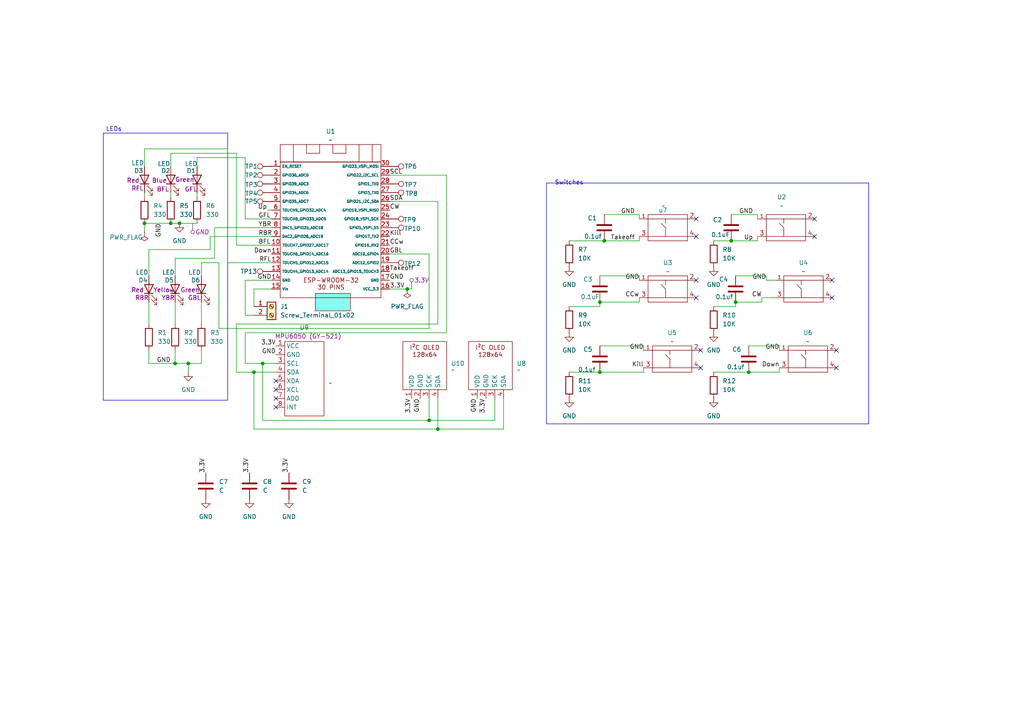
<source format=kicad_sch>
(kicad_sch (version 20231120) (generator "eeschema") (generator_version "8.0")
  (paper "A4")
  (title_block (title "${title}") (date "2024-03-09") (rev "${version}") (company "${compagny}") (comment 1 "${author}"))
  (lib_symbols
    (symbol "126x64_I²C_OLED_1"
      (property "Reference" "U10" (at 12.7 -3.8099 0))
      (property "Value" "~" (at 12.7 -5.715 0))
      (symbol "126x64_I²C_OLED_1_1_1"
        (text_box "I²C OLED\n128x64" (at -1.27 2.54 0) (size 12.7 -13.97) (effects (font (size 1.27 1.27)) (justify top)))
        (pin passive line (at 1.27 -13.97 90) (length 2.54) (name "VDD") (number "1"))
        (pin passive line (at 3.81 -13.97 90) (length 2.54) (name "GND") (number "2"))
        (pin bidirectional line (at 6.35 -13.97 90) (length 2.54) (name "SCK") (number "3"))
        (pin bidirectional line (at 8.89 -13.97 90) (length 2.54) (name "SDA") (number "4"))
      )
    )
    (symbol "Connector:Screw_Terminal_01x02" (pin_names (offset 1.016) hide)
      (property "Reference" "J" (at 0 2.54 0))
      (property "Value" "Screw_Terminal_01x02" (at 0 -5.08 0))
      (symbol "Screw_Terminal_01x02_1_1"
        (rectangle (start -1.27 1.27) (end 1.27 -3.81) (stroke (width 0.254)) (fill (type background)))
        (circle (center 0 -2.54) (radius 0.635) (stroke (width 0.1524)))
        (polyline (pts (xy -0.5334 -2.2098) (xy 0.3302 -3.048)) (stroke (width 0.1524)))
        (polyline (pts (xy -0.5334 0.3302) (xy 0.3302 -0.508)) (stroke (width 0.1524)))
        (polyline (pts (xy -0.3556 -2.032) (xy 0.508 -2.8702)) (stroke (width 0.1524)))
        (polyline (pts (xy -0.3556 0.508) (xy 0.508 -0.3302)) (stroke (width 0.1524)))
        (circle (center 0 0) (radius 0.635) (stroke (width 0.1524)))
        (pin passive line (at -5.08 0 0) (length 3.81) (name "Pin_1") (number "1"))
        (pin passive line (at -5.08 -2.54 0) (length 3.81) (name "Pin_2") (number "2"))
      )
    )
    (symbol "Connector:TestPoint" (pin_numbers hide) (pin_names (offset 0.762) hide)
      (property "Reference" "TP" (at 0 6.858 0))
      (property "Value" "TestPoint" (at 0 5.08 0))
      (symbol "TestPoint_0_1"
        (circle (center 0 3.302) (radius 0.762))
      )
      (symbol "TestPoint_1_1"
        (pin passive line (at 0 0 90) (length 2.54) (name "1") (number "1"))
      )
    )
    (symbol "Device:C" (pin_numbers hide) (pin_names (offset 0.254))
      (property "Reference" "C" (at 0.635 2.54 0))
      (property "Value" "C" (at 0.635 -2.54 0))
      (symbol "C_0_1"
        (polyline (pts (xy -2.032 -0.762) (xy 2.032 -0.762)) (stroke (width 0.508)))
        (polyline (pts (xy -2.032 0.762) (xy 2.032 0.762)) (stroke (width 0.508)))
      )
      (symbol "C_1_1"
        (pin passive line (at 0 3.81 270) (length 2.794) (name "~") (number "1"))
        (pin passive line (at 0 -3.81 90) (length 2.794) (name "~") (number "2"))
      )
    )
    (symbol "Device:LED" (pin_numbers hide) (pin_names (offset 1.016) hide)
      (property "Reference" "D" (at 0 2.54 0))
      (property "Value" "LED" (at 0 -2.54 0))
      (symbol "LED_0_1"
        (polyline (pts (xy -1.27 -1.27) (xy -1.27 1.27)) (stroke (width 0.254)))
        (polyline (pts (xy -1.27 0) (xy 1.27 0)))
        (polyline (pts (xy 1.27 -1.27) (xy 1.27 1.27) (xy -1.27 0) (xy 1.27 -1.27)) (stroke (width 0.254)))
        (polyline (pts (xy -3.048 -0.762) (xy -4.572 -2.286) (xy -3.81 -2.286) (xy -4.572 -2.286) (xy -4.572 -1.524)))
        (polyline (pts (xy -1.778 -0.762) (xy -3.302 -2.286) (xy -2.54 -2.286) (xy -3.302 -2.286) (xy -3.302 -1.524)))
      )
      (symbol "LED_1_1"
        (pin passive line (at -3.81 0 0) (length 2.54) (name "K") (number "1"))
        (pin passive line (at 3.81 0 180) (length 2.54) (name "A") (number "2"))
      )
    )
    (symbol "Device:R" (pin_numbers hide) (pin_names (offset 0))
      (property "Reference" "R" (at 2.032 0 90))
      (property "Value" "R" (at 0 0 90))
      (symbol "R_0_1"
        (rectangle (start -1.016 -2.54) (end 1.016 2.54) (stroke (width 0.254)))
      )
      (symbol "R_1_1"
        (pin passive line (at 0 3.81 270) (length 1.27) (name "~") (number "1"))
        (pin passive line (at 0 -3.81 90) (length 1.27) (name "~") (number "2"))
      )
    )
    (symbol "PH_LIB_sym:ESP-WROOM-32"
      (property "Reference" "U" (at 11.938 6.858 0))
      (symbol "ESP-WROOM-32_0_1"
        (rectangle (start -2.54 -1.27) (end 26.67 -40.64))
        (rectangle (start -2.54 -1.27) (end 26.67 3.81))
        (polyline (pts (xy 1.27 3.81) (xy 1.27 -1.27)))
        (polyline (pts (xy 20.32 -1.27) (xy 20.32 3.81)))
        (polyline (pts (xy 21.59 -1.27) (xy 21.59 -1.27)))
        (polyline (pts (xy 24.13 -1.27) (xy 24.13 3.81)))
        (polyline (pts (xy 8.89 3.81) (xy 8.89 1.27) (xy 5.08 1.27) (xy 5.08 3.81)))
        (polyline (pts (xy 16.51 3.81) (xy 16.51 1.27) (xy 12.7 1.27) (xy 12.7 3.81)))
      )
      (symbol "ESP-WROOM-32_1_1"
        (rectangle (start 7.62 -39.37) (end 17.78 -44.45) (fill (type color) (color 134 255 240 1)))
        (text "ESP-WROOM-32\n30 PINS" (at 12.192 -36.576 0) (effects (font (size 1.27 1.27))))
        (pin input line (at -5.08 -2.54 0) (length 2.54) (name "EN_RESET") (number "1"))
        (pin bidirectional line (at -5.08 -25.4 0) (length 2.54) (name "TOUCH7_GPIO27_ADC17") (number "10"))
        (pin bidirectional line (at -5.08 -27.94 0) (length 2.54) (name "TOUCH6_GPIO14_ADC16") (number "11"))
        (pin bidirectional line (at -5.08 -30.48 0) (length 2.54) (name "TOUCH5_GPIO12_ADC15") (number "12"))
        (pin bidirectional line (at -5.08 -33.02 0) (length 2.54) (name "TOUCH4_GPIO13_ADC14") (number "13"))
        (pin passive line (at -5.08 -35.56 0) (length 2.54) (name "GND") (number "14"))
        (pin passive line (at -5.08 -38.1 0) (length 2.54) (name "Vin") (number "15"))
        (pin passive line (at 29.21 -38.1 180) (length 2.54) (name "VCC_3.3") (number "16"))
        (pin passive line (at 29.21 -35.56 180) (length 2.54) (name "GND") (number "17"))
        (pin bidirectional line (at 29.21 -33.02 180) (length 2.54) (name "ADC13_GPIO15_TOUCH3") (number "18"))
        (pin bidirectional line (at 29.21 -30.48 180) (length 2.54) (name "ADC12_GPIO2") (number "19"))
        (pin input line (at -5.08 -5.08 0) (length 2.54) (name "GPIO36_ADC0") (number "2"))
        (pin bidirectional line (at 29.21 -27.94 180) (length 2.54) (name "ADC10_GPIO4") (number "20"))
        (pin bidirectional line (at 29.21 -25.4 180) (length 2.54) (name "GPIO16_RX2") (number "21"))
        (pin bidirectional line (at 29.21 -22.86 180) (length 2.54) (name "GPIO17_TX2") (number "22"))
        (pin bidirectional line (at 29.21 -20.32 180) (length 2.54) (name "GPIO5_VSPI_SS") (number "23"))
        (pin bidirectional line (at 29.21 -17.78 180) (length 2.54) (name "GPIO18_VSPI_SCK") (number "24"))
        (pin bidirectional line (at 29.21 -15.24 180) (length 2.54) (name "GPIO19_VSPI_MISO") (number "25"))
        (pin bidirectional line (at 29.21 -12.7 180) (length 2.54) (name "GPIO21_I2C_SDA") (number "26"))
        (pin bidirectional line (at 29.21 -10.16 180) (length 2.54) (name "GPIO3_TX0") (number "27"))
        (pin bidirectional line (at 29.21 -7.62 180) (length 2.54) (name "GPIO1_TX0") (number "28"))
        (pin bidirectional line (at 29.21 -5.08 180) (length 2.54) (name "GPIO22_I2C_SCL") (number "29"))
        (pin input line (at -5.08 -7.62 0) (length 2.54) (name "GPIO39_ADC3") (number "3"))
        (pin bidirectional line (at 29.21 -2.54 180) (length 2.54) (name "GPIO23_VSPI_MOSI") (number "30"))
        (pin input line (at -5.08 -10.16 0) (length 2.54) (name "GPIO34_ADC6") (number "4"))
        (pin input line (at -5.08 -12.7 0) (length 2.54) (name "GPIO35_ADC7") (number "5"))
        (pin bidirectional line (at -5.08 -15.24 0) (length 2.54) (name "TOUCH9_GPIO32_ADC4") (number "6"))
        (pin bidirectional line (at -5.08 -17.78 0) (length 2.54) (name "TOUCH8_GPIO33_ADC5") (number "7"))
        (pin bidirectional line (at -5.08 -20.32 0) (length 2.54) (name "DAC1_GPIO25_ADC18") (number "8"))
        (pin bidirectional line (at -5.08 -22.86 0) (length 2.54) (name "DAC2_GPIO26_ADC19") (number "9"))
      )
    )
    (symbol "PH_LIB_sym:MPU_6050_(GY-521)"
      (property "Reference" "U" (at 0 0 0))
      (symbol "MPU_6050_(GY-521)_0_1"
        (rectangle (start -1.27 -1.27) (end 10.16 -22.86))
      )
      (symbol "MPU_6050_(GY-521)_1_1"
        (pin passive line (at -3.81 -2.54 0) (length 2.54) (name "VCC") (number "1"))
        (pin passive line (at -3.81 -5.08 0) (length 2.54) (name "GND") (number "2"))
        (pin bidirectional line (at -3.81 -7.62 0) (length 2.54) (name "SCL") (number "3"))
        (pin bidirectional line (at -3.81 -10.16 0) (length 2.54) (name "SDA") (number "4"))
        (pin bidirectional line (at -3.81 -12.7 0) (length 2.54) (name "XDA") (number "5"))
        (pin bidirectional line (at -3.81 -15.24 0) (length 2.54) (name "XCL") (number "6"))
        (pin bidirectional line (at -3.81 -17.78 0) (length 2.54) (name "AD0") (number "7"))
        (pin bidirectional line (at -3.81 -20.32 0) (length 2.54) (name "INT") (number "8"))
      )
    )
    (symbol "PH_LIB_sym:SW_tactile" (pin_names (offset 0) hide)
      (property "Reference" "U" (at 1.016 -0.254 0))
      (symbol "SW_tactile_0_1"
        (rectangle (start -1.27 -2.54) (end 10.16 -10.16))
        (polyline (pts (xy -1.27 -8.89) (xy 10.16 -8.89)))
        (polyline (pts (xy -1.27 -3.81) (xy 10.16 -3.81)))
        (polyline (pts (xy 3.81 -8.89) (xy 3.81 -6.35)))
        (polyline (pts (xy 3.81 -6.35) (xy 2.54 -5.08)))
        (polyline (pts (xy 3.81 -3.81) (xy 3.81 -5.08)))
        (polyline (pts (xy 3.81 -2.54) (xy 3.81 -2.54)))
      )
      (symbol "SW_tactile_1_1"
        (pin passive line (at -3.81 -3.81 0) (length 2.54) (name "") (number "1"))
        (pin passive line (at 12.7 -3.81 180) (length 2.54) (name "") (number "2"))
        (pin passive line (at -3.81 -8.89 0) (length 2.54) (name "") (number "3"))
        (pin passive line (at 12.7 -8.89 180) (length 2.54) (name "") (number "4"))
      )
    )
    (symbol "power:GND" (power) (pin_numbers hide) (pin_names (offset 0) hide)
      (property "Value" "GND" (at 0 -3.81 0))
      (symbol "GND_0_1"
        (polyline (pts (xy 0 0) (xy 0 -1.27) (xy 1.27 -1.27) (xy 0 -2.54) (xy -1.27 -1.27) (xy 0 -1.27)))
      )
      (symbol "GND_1_1"
        (pin power_in line (at 0 0 270) (length 0) (name "~") (number "1"))
      )
    )
    (symbol "power:PWR_FLAG" (power) (pin_numbers hide) (pin_names (offset 0) hide)
      (property "Value" "PWR_FLAG" (at 0 3.81 0))
      (symbol "PWR_FLAG_0_0"
        (pin power_out line (at 0 0 90) (length 0) (name "~") (number "1"))
      )
      (symbol "PWR_FLAG_0_1"
        (polyline (pts (xy 0 0) (xy 0 1.27) (xy -1.016 1.905) (xy 0 2.54) (xy 1.016 1.905) (xy 0 1.27)))
      )
    )
  )
  (junction (at 50.8 105.41))
  (junction (at 213.36 87.63))
  (junction (at 76.2 105.41))
  (junction (at 118.11 83.82))
  (junction (at 212.09 69.85))
  (junction (at 127 124.46))
  (junction (at 124.46 121.92))
  (junction (at 41.91 64.77))
  (junction (at 173.99 87.63))
  (junction (at 73.66 107.95))
  (junction (at 52.07 64.77))
  (junction (at 49.53 64.77))
  (junction (at 175.26 69.85))
  (junction (at 217.17 107.95))
  (junction (at 173.99 107.95))
  (junction (at 54.61 105.41))
  (no_connect (at 203.2 106.68))
  (no_connect (at 241.3 81.28))
  (no_connect (at 241.3 86.36))
  (no_connect (at 80.01 113.03))
  (no_connect (at 236.22 63.5))
  (no_connect (at 242.57 101.6))
  (no_connect (at 80.01 110.49))
  (no_connect (at 242.57 106.68))
  (no_connect (at 201.93 68.58))
  (no_connect (at 201.93 81.28))
  (no_connect (at 80.01 118.11))
  (no_connect (at 80.01 115.57))
  (no_connect (at 203.2 101.6))
  (no_connect (at 201.93 86.36))
  (no_connect (at 236.22 68.58))
  (no_connect (at 201.93 63.5))
  (wire (pts (xy 173.99 100.33) (xy 186.69 100.33)))
  (wire (pts (xy 71.12 91.44) (xy 71.12 81.28)))
  (wire (pts (xy 173.99 107.95) (xy 186.69 107.95)))
  (wire (pts (xy 175.26 69.85) (xy 185.42 69.85)))
  (wire (pts (xy 78.74 76.2) (xy 66.04 76.2)))
  (polyline (pts (xy 29.972 38.608) (xy 30.226 38.608)))
  (wire (pts (xy 73.66 91.44) (xy 71.12 91.44)))
  (wire (pts (xy 185.42 80.01) (xy 185.42 81.28)))
  (wire (pts (xy 207.01 88.9) (xy 213.36 88.9)))
  (wire (pts (xy 41.91 43.18) (xy 41.91 48.26)))
  (wire (pts (xy 73.66 107.95) (xy 73.66 124.46)))
  (wire (pts (xy 71.12 63.5) (xy 78.74 63.5)))
  (wire (pts (xy 185.42 62.23) (xy 185.42 63.5)))
  (polyline (pts (xy 30.226 38.608) (xy 66.04 38.608)))
  (wire (pts (xy 68.58 93.98) (xy 68.58 107.95)))
  (wire (pts (xy 165.1 69.85) (xy 175.26 69.85)))
  (wire (pts (xy 68.58 107.95) (xy 73.66 107.95)))
  (wire (pts (xy 78.74 83.82) (xy 73.66 83.82)))
  (wire (pts (xy 50.8 105.41) (xy 54.61 105.41)))
  (wire (pts (xy 129.54 96.52) (xy 71.12 96.52)))
  (wire (pts (xy 49.53 44.45) (xy 49.53 48.26)))
  (wire (pts (xy 76.2 121.92) (xy 76.2 105.41)))
  (wire (pts (xy 41.91 55.88) (xy 41.91 57.15)))
  (wire (pts (xy 57.15 55.88) (xy 57.15 57.15)))
  (wire (pts (xy 49.53 64.77) (xy 52.07 64.77)))
  (wire (pts (xy 124.46 95.25) (xy 63.5 95.25)))
  (polyline (pts (xy 29.972 38.862) (xy 29.972 116.078)))
  (wire (pts (xy 220.98 87.63) (xy 220.98 86.36)))
  (wire (pts (xy 127 124.46) (xy 73.66 124.46)))
  (wire (pts (xy 43.18 72.39) (xy 60.96 72.39)))
  (wire (pts (xy 213.36 87.63) (xy 220.98 87.63)))
  (wire (pts (xy 173.99 80.01) (xy 185.42 80.01)))
  (wire (pts (xy 173.99 87.63) (xy 185.42 87.63)))
  (wire (pts (xy 124.46 121.92) (xy 76.2 121.92)))
  (wire (pts (xy 186.69 100.33) (xy 186.69 101.6)))
  (wire (pts (xy 127 58.42) (xy 127 93.98)))
  (wire (pts (xy 127 124.46) (xy 146.05 124.46)))
  (wire (pts (xy 213.36 80.01) (xy 222.25 80.01)))
  (wire (pts (xy 50.8 101.6) (xy 50.8 105.41)))
  (wire (pts (xy 58.42 76.2) (xy 58.42 80.01)))
  (wire (pts (xy 73.66 83.82) (xy 73.66 88.9)))
  (wire (pts (xy 58.42 105.41) (xy 58.42 101.6)))
  (wire (pts (xy 43.18 72.39) (xy 43.18 80.01)))
  (wire (pts (xy 43.18 101.6) (xy 43.18 105.41)))
  (wire (pts (xy 113.03 50.8) (xy 129.54 50.8)))
  (wire (pts (xy 73.66 107.95) (xy 80.01 107.95)))
  (wire (pts (xy 52.07 64.77) (xy 57.15 64.77)))
  (wire (pts (xy 68.58 44.45) (xy 68.58 71.12)))
  (wire (pts (xy 173.99 88.9) (xy 173.99 87.63)))
  (wire (pts (xy 226.06 100.33) (xy 226.06 101.6)))
  (wire (pts (xy 66.04 43.18) (xy 41.91 43.18)))
  (wire (pts (xy 124.46 115.57) (xy 124.46 121.92)))
  (wire (pts (xy 60.96 68.58) (xy 78.74 68.58)))
  (wire (pts (xy 185.42 87.63) (xy 185.42 86.36)))
  (wire (pts (xy 217.17 100.33) (xy 226.06 100.33)))
  (wire (pts (xy 212.09 69.85) (xy 219.71 69.85)))
  (wire (pts (xy 220.98 86.36) (xy 224.79 86.36)))
  (wire (pts (xy 41.91 64.77) (xy 49.53 64.77)))
  (wire (pts (xy 54.61 107.95) (xy 54.61 105.41)))
  (wire (pts (xy 213.36 88.9) (xy 213.36 87.63)))
  (wire (pts (xy 43.18 87.63) (xy 43.18 93.98)))
  (wire (pts (xy 165.1 88.9) (xy 173.99 88.9)))
  (wire (pts (xy 57.15 45.72) (xy 57.15 48.26)))
  (wire (pts (xy 62.23 66.04) (xy 78.74 66.04)))
  (wire (pts (xy 113.03 73.66) (xy 124.46 73.66)))
  (wire (pts (xy 62.23 74.93) (xy 50.8 74.93)))
  (wire (pts (xy 50.8 87.63) (xy 50.8 93.98)))
  (wire (pts (xy 224.79 81.28) (xy 222.25 81.28)))
  (wire (pts (xy 113.03 83.82) (xy 118.11 83.82)))
  (wire (pts (xy 66.04 43.18) (xy 66.04 76.2)))
  (wire (pts (xy 71.12 105.41) (xy 76.2 105.41)))
  (wire (pts (xy 118.11 83.82) (xy 119.38 83.82)))
  (wire (pts (xy 143.51 121.92) (xy 143.51 115.57)))
  (wire (pts (xy 146.05 124.46) (xy 146.05 115.57)))
  (wire (pts (xy 60.96 72.39) (xy 60.96 68.58)))
  (wire (pts (xy 226.06 107.95) (xy 226.06 106.68)))
  (wire (pts (xy 68.58 71.12) (xy 78.74 71.12)))
  (wire (pts (xy 186.69 107.95) (xy 186.69 106.68)))
  (wire (pts (xy 58.42 87.63) (xy 58.42 93.98)))
  (wire (pts (xy 185.42 69.85) (xy 185.42 68.58)))
  (wire (pts (xy 129.54 50.8) (xy 129.54 96.52)))
  (wire (pts (xy 77.47 60.96) (xy 78.74 60.96)))
  (wire (pts (xy 127 115.57) (xy 127 124.46)))
  (wire (pts (xy 49.53 55.88) (xy 49.53 57.15)))
  (wire (pts (xy 124.46 73.66) (xy 124.46 95.25)))
  (wire (pts (xy 207.01 69.85) (xy 212.09 69.85)))
  (wire (pts (xy 76.2 105.41) (xy 80.01 105.41)))
  (wire (pts (xy 57.15 45.72) (xy 71.12 45.72)))
  (polyline (pts (xy 66.04 116.078) (xy 29.972 116.078)))
  (polyline (pts (xy 66.04 38.608) (xy 66.04 116.078)))
  (wire (pts (xy 175.26 62.23) (xy 185.42 62.23)))
  (wire (pts (xy 165.1 107.95) (xy 173.99 107.95)))
  (wire (pts (xy 71.12 81.28) (xy 78.74 81.28)))
  (polyline (pts (xy 29.972 38.862) (xy 29.972 38.608)))
  (wire (pts (xy 71.12 96.52) (xy 71.12 105.41)))
  (wire (pts (xy 219.71 62.23) (xy 219.71 63.5)))
  (wire (pts (xy 50.8 74.93) (xy 50.8 80.01)))
  (wire (pts (xy 127 93.98) (xy 68.58 93.98)))
  (wire (pts (xy 219.71 68.58) (xy 219.71 69.85)))
  (wire (pts (xy 68.58 44.45) (xy 49.53 44.45)))
  (wire (pts (xy 212.09 62.23) (xy 219.71 62.23)))
  (wire (pts (xy 222.25 80.01) (xy 222.25 81.28)))
  (wire (pts (xy 207.01 107.95) (xy 217.17 107.95)))
  (wire (pts (xy 63.5 95.25) (xy 63.5 76.2)))
  (wire (pts (xy 217.17 107.95) (xy 226.06 107.95)))
  (wire (pts (xy 63.5 76.2) (xy 58.42 76.2)))
  (wire (pts (xy 71.12 63.5) (xy 71.12 45.72)))
  (wire (pts (xy 124.46 121.92) (xy 143.51 121.92)))
  (wire (pts (xy 43.18 105.41) (xy 50.8 105.41)))
  (wire (pts (xy 62.23 66.04) (xy 62.23 74.93)))
  (wire (pts (xy 54.61 105.41) (xy 58.42 105.41)))
  (wire (pts (xy 113.03 58.42) (xy 127 58.42)))
  (wire (pts (xy 41.91 67.31) (xy 41.91 64.77)))
  (rectangle (start 158.496 53.086) (end 251.968 122.936))
  (text "Switches" (at 165.1 53.086 0) (effects (font (size 1.27 1.27))))
  (text "LEDs" (at 33.02 37.592 0) (effects (font (size 1.27 1.27))))
  (label "CCw" (at 185.42 86.36 180))
  (label "Kill" (at 186.69 106.68 180))
  (label "3.3V" (at 59.69 137.16 90))
  (label "Takeoff" (at 184.15 69.85 180))
  (label "BFL" (at 74.93 71.12 0))
  (label "Kill" (at 113.03 68.58 0))
  (label "GND" (at 218.44 62.23 180))
  (label "GND" (at 184.15 62.23 180) (property "Netclass" "GND" (effects (hide yes))))
  (label "GND" (at 113.03 81.28 0))
  (label "Up" (at 218.44 69.85 180))
  (label "3.3V" (at 113.03 83.82 0))
  (label "CW" (at 113.03 60.96 0))
  (label "RFL" (at 78.74 76.2 180))
  (label "GND" (at 185.42 81.28 180))
  (label "GFL" (at 74.93 63.5 0))
  (label "CW" (at 220.98 86.36 180))
  (label "GBL" (at 113.03 73.66 0))
  (label "GND" (at 138.43 115.57 270))
  (label "GND" (at 222.25 81.28 180))
  (label "3.3V" (at 119.38 115.57 270))
  (label "GND" (at 46.99 64.77 270))
  (label "Up" (at 77.47 60.96 180))
  (label "GND" (at 80.01 102.87 180))
  (label "3.3V" (at 72.39 137.16 90))
  (label "Down" (at 226.06 106.68 180))
  (label "Down" (at 78.74 73.66 180))
  (label "GND" (at 226.06 101.6 180))
  (label "3.3V" (at 80.01 100.33 180))
  (label "RBR" (at 74.93 68.58 0))
  (label "GND" (at 78.74 81.28 180))
  (label "YBR" (at 74.93 66.04 0))
  (label "SDA" (at 113.03 58.42 0))
  (label "SCL" (at 113.03 50.8 0))
  (label "3.3V" (at 83.82 137.16 90))
  (label "Takeoff" (at 113.03 78.74 0))
  (label "3.3V" (at 140.97 115.57 270))
  (label "GND" (at 49.53 105.41 180))
  (label "GND" (at 121.92 115.57 270))
  (label "GND" (at 186.69 101.6 180))
  (label "CCw" (at 113.03 71.12 0))
  (netclass_flag "" (length 2.54) (shape round) (at 55.88 64.77 180) (property "Netclass" "GND" (at 56.5785 67.31 0) (effects (font (italic yes)) (justify left))))
  (netclass_flag "" (length 2.54) (shape round) (at 119.38 83.82 0) (property "Netclass" "3.3V" (at 120.0785 81.28 0) (effects (font (italic yes)) (justify left))))
  (symbol (lib_id "Device:LED") (at 50.8 83.82 90) (unit 1)
    (property "Reference" "D5" (at 47.752 81.28 90) (effects (justify right)))
    (property "Value" "LED" (at 46.99 78.994 90) (effects (justify right)))
    (property "Footprint" "LED_SMD:LED_0805_2012Metric_Pad1.15x1.40mm_HandSolder" (effects (hide yes)))
    (property "Description" "Light emitting diode" (effects (hide yes)))
    (property "color" "Yellow" (at 47.498 84.074 90))
    (property "Purpose" "YBR" (at 48.768 86.36 90))
  )
  (symbol (lib_id "Device:R") (at 165.1 92.71 0) (unit 1)
    (property "Reference" "R9" (at 167.64 91.4399 0) (effects (justify left)))
    (property "Value" "10K" (at 167.64 93.9799 0) (effects (justify left)))
    (property "Footprint" "Resistor_SMD:R_0805_2012Metric" (effects (hide yes)))
    (property "Description" "Resistor" (effects (hide yes)))
  )
  (symbol (lib_id "power:GND") (at 207.01 96.52 0) (unit 1)
    (property "Reference" "#PWR09" (effects (hide yes)))
    (property "Value" "GND" (at 207.01 101.6 0))
    (property "Description" "Power symbol creates a global label with name \"GND\" , ground" (effects (hide yes)))
  )
  (symbol (lib_id "Device:R") (at 41.91 60.96 0) (unit 1)
    (property "Reference" "R4" (at 44.45 59.6899 0) (effects (justify left)))
    (property "Value" "330" (at 44.45 62.2299 0) (effects (justify left)))
    (property "Footprint" "Resistor_SMD:R_0805_2012Metric" (effects (hide yes)))
    (property "Description" "Resistor" (effects (hide yes)))
  )
  (symbol (lib_id "Device:LED") (at 49.53 52.07 90) (unit 1)
    (property "Reference" "D2" (at 46.736 49.53 90) (effects (justify right)))
    (property "Value" "LED" (at 45.72 47.498 90) (effects (justify right)))
    (property "Footprint" "LED_SMD:LED_0805_2012Metric_Pad1.15x1.40mm_HandSolder" (effects (hide yes)))
    (property "Description" "Light emitting diode" (effects (hide yes)))
    (property "Color" "Blue" (at 46.228 52.324 90))
    (property "Purpose" "BFL" (at 47.244 54.864 90))
  )
  (symbol (lib_id "Connector:TestPoint") (at 113.03 76.2 270) (unit 1)
    (property "Reference" "TP12" (at 119.634 76.454 90))
    (property "Value" "TestPoint" (effects (hide yes)))
    (property "Footprint" "TestPoint:TestPoint_Plated_Hole_D2.0mm" (effects (hide yes)))
    (property "Description" "test point" (effects (hide yes)))
  )
  (symbol (lib_id "Device:C") (at 173.99 104.14 0) (unit 1)
    (property "Reference" "C5" (at 169.164 101.346 0) (effects (justify left)))
    (property "Value" "0.1uf" (at 167.64 107.188 0) (effects (justify left)))
    (property "Footprint" "Capacitor_SMD:C_0805_2012Metric" (effects (hide yes)))
    (property "Description" "Unpolarized capacitor" (effects (hide yes)))
  )
  (symbol (lib_id "Device:R") (at 207.01 111.76 0) (unit 1)
    (property "Reference" "R12" (at 209.55 110.4899 0) (effects (justify left)))
    (property "Value" "10K" (at 209.55 113.0299 0) (effects (justify left)))
    (property "Footprint" "Resistor_SMD:R_0805_2012Metric" (effects (hide yes)))
    (property "Description" "Resistor" (effects (hide yes)))
  )
  (symbol (lib_id "Device:LED") (at 57.15 52.07 90) (unit 1)
    (property "Reference" "D1" (at 54.102 49.53 90) (effects (justify right)))
    (property "Value" "LED" (at 53.594 47.498 90) (effects (justify right)))
    (property "Footprint" "LED_SMD:LED_0805_2012Metric_Pad1.15x1.40mm_HandSolder" (effects (hide yes)))
    (property "Description" "Light emitting diode" (effects (hide yes)))
    (property "Color" "Green" (at 53.594 52.07 90))
    (property "Purpose" "GFL" (at 55.372 54.864 90))
  )
  (symbol (lib_id "Connector:TestPoint") (at 78.74 50.8 90) (unit 1)
    (property "Reference" "TP2" (at 72.898 50.8 90))
    (property "Value" "TestPoint" (effects (hide yes)))
    (property "Footprint" "TestPoint:TestPoint_Plated_Hole_D2.0mm" (effects (hide yes)))
    (property "Description" "test point" (effects (hide yes)))
  )
  (symbol (lib_id "Device:R") (at 207.01 92.71 0) (unit 1)
    (property "Reference" "R10" (at 209.55 91.4399 0) (effects (justify left)))
    (property "Value" "10K" (at 209.55 93.9799 0) (effects (justify left)))
    (property "Footprint" "Resistor_SMD:R_0805_2012Metric" (effects (hide yes)))
    (property "Description" "Resistor" (effects (hide yes)))
  )
  (symbol (lib_id "Connector:TestPoint") (at 78.74 58.42 90) (unit 1)
    (property "Reference" "TP5" (at 72.898 58.42 90))
    (property "Value" "TestPoint" (effects (hide yes)))
    (property "Footprint" "TestPoint:TestPoint_Plated_Hole_D2.0mm" (effects (hide yes)))
    (property "Description" "test point" (effects (hide yes)))
  )
  (symbol (lib_id "power:GND") (at 54.61 107.95 0) (unit 1)
    (property "Reference" "#PWR02" (effects (hide yes)))
    (property "Value" "GND" (at 54.61 113.03 0))
    (property "Description" "Power symbol creates a global label with name \"GND\" , ground" (effects (hide yes)))
  )
  (symbol (lib_id "power:GND") (at 207.01 115.57 0) (unit 1)
    (property "Reference" "#PWR011" (effects (hide yes)))
    (property "Value" "GND" (at 207.01 120.65 0))
    (property "Description" "Power symbol creates a global label with name \"GND\" , ground" (effects (hide yes)))
  )
  (symbol (lib_id "Device:C") (at 175.26 66.04 0) (unit 1)
    (property "Reference" "C1" (at 170.434 63.246 0) (effects (justify left)))
    (property "Value" "0.1uf" (at 169.418 68.58 0) (effects (justify left)))
    (property "Footprint" "Capacitor_SMD:C_0805_2012Metric" (effects (hide yes)))
    (property "Description" "Unpolarized capacitor" (effects (hide yes)))
  )
  (symbol (lib_id "Connector:Screw_Terminal_01x02") (at 78.74 88.9 0) (unit 1)
    (property "Reference" "J1" (at 81.28 88.8999 0) (effects (justify left)))
    (property "Value" "Screw_Terminal_01x02" (at 81.28 91.4399 0) (effects (justify left)))
    (property "Footprint" "TerminalBlock_Phoenix:TerminalBlock_Phoenix_MKDS-1,5-2_1x02_P5.00mm_Horizontal" (effects (hide yes)))
    (property "Description" "Generic screw terminal, single row, 01x02, script generated (kicad-library-utils/schlib/autogen/connector/)" (effects (hide yes)))
  )
  (symbol (lib_id "power:GND") (at 59.69 144.78 0) (unit 1)
    (property "Reference" "#PWR03" (effects (hide yes)))
    (property "Value" "GND" (at 59.69 149.86 0))
    (property "Description" "Power symbol creates a global label with name \"GND\" , ground" (effects (hide yes)))
  )
  (symbol (lib_id "power:PWR_FLAG") (at 41.91 67.31 180) (unit 1)
    (property "Reference" "#FLG01" (effects (hide yes)))
    (property "Value" "PWR_FLAG" (at 36.576 68.834 0))
    (property "Description" "Special symbol for telling ERC where power comes from" (effects (hide yes)))
  )
  (symbol (lib_id "Connector:TestPoint") (at 78.74 55.88 90) (unit 1)
    (property "Reference" "TP4" (at 72.898 56.134 90))
    (property "Value" "TestPoint" (effects (hide yes)))
    (property "Footprint" "TestPoint:TestPoint_Plated_Hole_D2.0mm" (effects (hide yes)))
    (property "Description" "test point" (effects (hide yes)))
  )
  (symbol (lib_name "126x64_I²C_OLED_1") (lib_id "PH_LIB_sym:126x64_I²C_OLED") (at 118.11 101.6 0) (unit 1)
    (property "Reference" "U10" (at 130.81 105.4099 0) (effects (justify left)))
    (property "Value" "~" (at 130.81 107.315 0) (effects (justify left)))
    (property "Footprint" "Connector_PinHeader_2.54mm:PinHeader_1x04_P2.54mm_Vertical" (effects (hide yes)))
  )
  (symbol (lib_id "PH_LIB_sym:SW_tactile") (at 189.23 59.69 0) (unit 1)
    (property "Reference" "u7" (at 192.278 60.96 0))
    (property "Value" "~" (at 192.405 59.69 0))
    (property "Footprint" "Button_Switch_SMD:SW_SPST_TL3305A" (effects (hide yes)))
    (property "Description" "Takeoff" (effects (hide yes)))
  )
  (symbol (lib_id "Device:LED") (at 43.18 83.82 90) (unit 1)
    (property "Reference" "D4" (at 40.132 81.28 90) (effects (justify right)))
    (property "Value" "LED" (at 39.37 78.994 90) (effects (justify right)))
    (property "Footprint" "LED_SMD:LED_0805_2012Metric_Pad1.15x1.40mm_HandSolder" (effects (hide yes)))
    (property "Description" "Light emitting diode" (effects (hide yes)))
    (property "color" "Red" (at 39.878 84.074 90))
    (property "Purpose" "RBR" (at 41.148 86.36 90))
  )
  (symbol (lib_id "power:GND") (at 165.1 115.57 0) (unit 1)
    (property "Reference" "#PWR010" (effects (hide yes)))
    (property "Value" "GND" (at 165.1 120.65 0))
    (property "Description" "Power symbol creates a global label with name \"GND\" , ground" (effects (hide yes)))
  )
  (symbol (lib_id "PH_LIB_sym:SW_tactile") (at 223.52 59.69 0) (unit 1)
    (property "Reference" "U2" (at 226.695 57.15 0))
    (property "Value" "~" (at 226.695 59.69 0))
    (property "Footprint" "Button_Switch_SMD:SW_SPST_TL3305A" (effects (hide yes)))
    (property "Description" "Up" (effects (hide yes)))
  )
  (symbol (lib_id "power:GND") (at 207.01 77.47 0) (unit 1)
    (property "Reference" "#PWR07" (effects (hide yes)))
    (property "Value" "GND" (at 207.01 82.55 0))
    (property "Description" "Power symbol creates a global label with name \"GND\" , ground" (effects (hide yes)))
  )
  (symbol (lib_id "Connector:TestPoint") (at 113.03 63.5 270) (unit 1)
    (property "Reference" "TP9" (at 118.872 63.754 90))
    (property "Value" "TestPoint" (effects (hide yes)))
    (property "Footprint" "TestPoint:TestPoint_Plated_Hole_D2.0mm" (effects (hide yes)))
    (property "Description" "test point" (effects (hide yes)))
  )
  (symbol (lib_id "PH_LIB_sym:SW_tactile") (at 189.23 77.47 0) (unit 1)
    (property "Reference" "U3" (at 193.675 76.2 0))
    (property "Value" "~" (at 193.675 78.74 0))
    (property "Footprint" "Button_Switch_SMD:SW_SPST_TL3305A" (effects (hide yes)))
    (property "Description" "CCW" (effects (hide yes)))
  )
  (symbol (lib_id "PH_LIB_sym:SW_tactile") (at 190.5 97.79 0) (unit 1)
    (property "Reference" "U5" (at 194.945 96.52 0))
    (property "Value" "~" (at 194.945 99.06 0))
    (property "Footprint" "Button_Switch_SMD:SW_SPST_TL3305A" (effects (hide yes)))
    (property "Description" "Kill" (effects (hide yes)))
  )
  (symbol (lib_id "PH_LIB_sym:MPU_6050_(GY-521)") (at 83.82 97.79 0) (unit 1)
    (property "Reference" "U9" (at 86.868 94.996 0) (effects (justify left)))
    (property "Value" "~" (at 95.25 111.125 0) (effects (justify left)))
    (property "Footprint" "Connector_PinHeader_2.54mm:PinHeader_1x08_P2.54mm_Vertical" (effects (hide yes)))
    (property "Description" "MPU6050 (GY-521)" (at 89.408 97.536 0))
  )
  (symbol (lib_id "Connector:TestPoint") (at 113.03 48.26 270) (unit 1)
    (property "Reference" "TP6" (at 119.126 48.26 90))
    (property "Value" "TestPoint" (effects (hide yes)))
    (property "Footprint" "TestPoint:TestPoint_Plated_Hole_D2.0mm" (effects (hide yes)))
    (property "Description" "test point" (effects (hide yes)))
  )
  (symbol (lib_id "power:GND") (at 52.07 64.77 0) (unit 1)
    (property "Reference" "#PWR01" (effects (hide yes)))
    (property "Value" "GND" (at 52.07 69.85 0))
    (property "Description" "Power symbol creates a global label with name \"GND\" , ground" (effects (hide yes)))
  )
  (symbol (lib_id "power:PWR_FLAG") (at 118.11 83.82 180) (unit 1)
    (property "Reference" "#FLG02" (effects (hide yes)))
    (property "Value" "PWR_FLAG" (at 118.11 88.9 0))
    (property "Description" "Special symbol for telling ERC where power comes from" (effects (hide yes)))
  )
  (symbol (lib_id "power:GND") (at 165.1 77.47 0) (unit 1)
    (property "Reference" "#PWR06" (effects (hide yes)))
    (property "Value" "GND" (at 165.1 82.55 0))
    (property "Description" "Power symbol creates a global label with name \"GND\" , ground" (effects (hide yes)))
  )
  (symbol (lib_id "Device:LED") (at 41.91 52.07 90) (unit 1)
    (property "Reference" "D3" (at 38.862 49.53 90) (effects (justify right)))
    (property "Value" "LED" (at 38.1 47.244 90) (effects (justify right)))
    (property "Footprint" "LED_SMD:LED_0805_2012Metric_Pad1.15x1.40mm_HandSolder" (effects (hide yes)))
    (property "Description" "Light emitting diode" (effects (hide yes)))
    (property "color" "Red" (at 38.608 52.324 90))
    (property "Purpose" "RFL" (at 39.878 54.61 90))
  )
  (symbol (lib_id "Device:R") (at 207.01 73.66 0) (unit 1)
    (property "Reference" "R8" (at 209.55 72.3899 0) (effects (justify left)))
    (property "Value" "10K" (at 209.55 74.9299 0) (effects (justify left)))
    (property "Footprint" "Resistor_SMD:R_0805_2012Metric" (effects (hide yes)))
    (property "Description" "Resistor" (effects (hide yes)))
  )
  (symbol (lib_id "Connector:TestPoint") (at 78.74 48.26 90) (unit 1)
    (property "Reference" "TP1" (at 72.898 48.26 90))
    (property "Value" "TestPoint" (effects (hide yes)))
    (property "Footprint" "TestPoint:TestPoint_Plated_Hole_D2.0mm" (effects (hide yes)))
    (property "Description" "test point" (effects (hide yes)))
  )
  (symbol (lib_id "power:GND") (at 165.1 96.52 0) (unit 1)
    (property "Reference" "#PWR08" (effects (hide yes)))
    (property "Value" "GND" (at 165.1 101.6 0))
    (property "Description" "Power symbol creates a global label with name \"GND\" , ground" (effects (hide yes)))
  )
  (symbol (lib_id "Device:R") (at 57.15 60.96 0) (unit 1)
    (property "Reference" "R6" (at 59.69 59.6899 0) (effects (justify left)))
    (property "Value" "330" (at 59.69 62.2299 0) (effects (justify left)))
    (property "Footprint" "Resistor_SMD:R_0805_2012Metric" (effects (hide yes)))
    (property "Description" "Resistor" (effects (hide yes)))
  )
  (symbol (lib_id "Device:C") (at 59.69 140.97 0) (unit 1)
    (property "Reference" "C7" (at 63.5 139.6999 0) (effects (justify left)))
    (property "Value" "C" (at 63.5 142.2399 0) (effects (justify left)))
    (property "Footprint" "Capacitor_SMD:C_Elec_10x10.2" (effects (hide yes)))
    (property "Description" "Unpolarized capacitor" (effects (hide yes)))
  )
  (symbol (lib_id "Device:R") (at 43.18 97.79 0) (unit 1)
    (property "Reference" "R1" (at 45.72 96.5199 0) (effects (justify left)))
    (property "Value" "330" (at 45.72 99.0599 0) (effects (justify left)))
    (property "Footprint" "Resistor_SMD:R_0805_2012Metric" (effects (hide yes)))
    (property "Description" "Resistor" (effects (hide yes)))
  )
  (symbol (lib_id "Device:R") (at 165.1 73.66 0) (unit 1)
    (property "Reference" "R7" (at 167.64 72.3899 0) (effects (justify left)))
    (property "Value" "10K" (at 167.64 74.9299 0) (effects (justify left)))
    (property "Footprint" "Resistor_SMD:R_0805_2012Metric" (effects (hide yes)))
    (property "Description" "Resistor" (effects (hide yes)))
  )
  (symbol (lib_id "Device:C") (at 213.36 83.82 0) (unit 1)
    (property "Reference" "C4" (at 208.534 81.026 0) (effects (justify left)))
    (property "Value" "0.1uf" (at 207.518 86.106 0) (effects (justify left)))
    (property "Footprint" "Capacitor_SMD:C_0805_2012Metric" (effects (hide yes)))
    (property "Description" "Unpolarized capacitor" (effects (hide yes)))
  )
  (symbol (lib_id "Device:C") (at 83.82 140.97 0) (unit 1)
    (property "Reference" "C9" (at 87.63 139.6999 0) (effects (justify left)))
    (property "Value" "C" (at 87.63 142.2399 0) (effects (justify left)))
    (property "Footprint" "Capacitor_SMD:C_Elec_10x10.2" (effects (hide yes)))
    (property "Description" "Unpolarized capacitor" (effects (hide yes)))
  )
  (symbol (lib_id "Connector:TestPoint") (at 113.03 53.34 270) (unit 1)
    (property "Reference" "TP7" (at 119.126 53.594 90))
    (property "Value" "TestPoint" (effects (hide yes)))
    (property "Footprint" "TestPoint:TestPoint_Plated_Hole_D2.0mm" (effects (hide yes)))
    (property "Description" "test point" (effects (hide yes)))
  )
  (symbol (lib_id "power:GND") (at 72.39 144.78 0) (unit 1)
    (property "Reference" "#PWR04" (effects (hide yes)))
    (property "Value" "GND" (at 72.39 149.86 0))
    (property "Description" "Power symbol creates a global label with name \"GND\" , ground" (effects (hide yes)))
  )
  (symbol (lib_name "126x64_I²C_OLED_1") (lib_id "PH_LIB_sym:126x64_I²C_OLED") (at 137.16 101.6 0) (unit 1)
    (property "Reference" "U8" (at 149.86 105.4099 0) (effects (justify left)))
    (property "Value" "~" (at 149.86 107.315 0) (effects (justify left)))
    (property "Footprint" "Connector_PinHeader_2.54mm:PinHeader_1x04_P2.54mm_Vertical" (effects (hide yes)))
  )
  (symbol (lib_id "Device:C") (at 72.39 140.97 0) (unit 1)
    (property "Reference" "C8" (at 76.2 139.6999 0) (effects (justify left)))
    (property "Value" "C" (at 76.2 142.2399 0) (effects (justify left)))
    (property "Footprint" "Capacitor_SMD:C_Elec_10x10.2" (effects (hide yes)))
    (property "Description" "Unpolarized capacitor" (effects (hide yes)))
  )
  (symbol (lib_id "Connector:TestPoint") (at 113.03 55.88 270) (unit 1)
    (property "Reference" "TP8" (at 119.38 56.134 90))
    (property "Value" "TestPoint" (effects (hide yes)))
    (property "Footprint" "TestPoint:TestPoint_Plated_Hole_D2.0mm" (effects (hide yes)))
    (property "Description" "test point" (effects (hide yes)))
  )
  (symbol (lib_id "Device:C") (at 217.17 104.14 0) (unit 1)
    (property "Reference" "C6" (at 212.344 101.346 0) (effects (justify left)))
    (property "Value" "0.1uf" (at 210.82 106.426 0) (effects (justify left)))
    (property "Footprint" "Capacitor_SMD:C_0805_2012Metric" (effects (hide yes)))
    (property "Description" "Unpolarized capacitor" (effects (hide yes)))
  )
  (symbol (lib_id "Connector:TestPoint") (at 78.74 53.34 90) (unit 1)
    (property "Reference" "TP3" (at 72.898 53.594 90))
    (property "Value" "TestPoint" (effects (hide yes)))
    (property "Footprint" "TestPoint:TestPoint_Plated_Hole_D2.0mm" (effects (hide yes)))
    (property "Description" "test point" (effects (hide yes)))
  )
  (symbol (lib_id "power:GND") (at 83.82 144.78 0) (unit 1)
    (property "Reference" "#PWR05" (effects (hide yes)))
    (property "Value" "GND" (at 83.82 149.86 0))
    (property "Description" "Power symbol creates a global label with name \"GND\" , ground" (effects (hide yes)))
  )
  (symbol (lib_id "Device:R") (at 50.8 97.79 0) (unit 1)
    (property "Reference" "R2" (at 53.34 96.5199 0) (effects (justify left)))
    (property "Value" "330" (at 53.34 99.0599 0) (effects (justify left)))
    (property "Footprint" "Resistor_SMD:R_0805_2012Metric" (effects (hide yes)))
    (property "Description" "Resistor" (effects (hide yes)))
  )
  (symbol (lib_id "Device:R") (at 49.53 60.96 0) (unit 1)
    (property "Reference" "R5" (at 52.07 59.6899 0) (effects (justify left)))
    (property "Value" "330" (at 52.07 62.2299 0) (effects (justify left)))
    (property "Footprint" "Resistor_SMD:R_0805_2012Metric" (effects (hide yes)))
    (property "Description" "Resistor" (effects (hide yes)))
  )
  (symbol (lib_id "PH_LIB_sym:SW_tactile") (at 228.6 77.47 0) (unit 1)
    (property "Reference" "U4" (at 233.045 76.2 0))
    (property "Value" "~" (at 233.045 78.74 0))
    (property "Footprint" "Button_Switch_SMD:SW_SPST_TL3305A" (effects (hide yes)))
    (property "Description" "CW" (effects (hide yes)))
  )
  (symbol (lib_id "Device:C") (at 173.99 83.82 0) (unit 1)
    (property "Reference" "C3" (at 169.164 81.026 0) (effects (justify left)))
    (property "Value" "0.1uF" (at 168.402 86.106 0) (effects (justify left)))
    (property "Footprint" "Capacitor_SMD:C_0805_2012Metric" (effects (hide yes)))
    (property "Description" "Unpolarized capacitor" (effects (hide yes)))
  )
  (symbol (lib_id "Connector:TestPoint") (at 113.03 66.04 270) (unit 1)
    (property "Reference" "TP10" (at 119.634 66.294 90))
    (property "Value" "TestPoint" (effects (hide yes)))
    (property "Footprint" "TestPoint:TestPoint_Plated_Hole_D2.0mm" (effects (hide yes)))
    (property "Description" "test point" (effects (hide yes)))
  )
  (symbol (lib_id "PH_LIB_sym:ESP-WROOM-32") (at 83.82 45.72 0) (unit 1)
    (property "Reference" "U1" (at 95.885 38.1 0))
    (property "Value" "~" (at 95.885 40.64 0))
    (property "Footprint" "PH_lib:ESP-WROOM_32" (effects (hide yes)))
  )
  (symbol (lib_id "Device:C") (at 212.09 66.04 0) (unit 1)
    (property "Reference" "C2" (at 206.756 63.754 0) (effects (justify left)))
    (property "Value" "0.1uF" (at 206.248 68.072 0) (effects (justify left)))
    (property "Footprint" "Capacitor_SMD:C_0805_2012Metric" (effects (hide yes)))
    (property "Description" "Unpolarized capacitor" (effects (hide yes)))
  )
  (symbol (lib_id "Device:R") (at 165.1 111.76 0) (unit 1)
    (property "Reference" "R11" (at 167.64 110.4899 0) (effects (justify left)))
    (property "Value" "10K" (at 167.64 113.0299 0) (effects (justify left)))
    (property "Footprint" "Resistor_SMD:R_0805_2012Metric" (effects (hide yes)))
    (property "Description" "Resistor" (effects (hide yes)))
  )
  (symbol (lib_id "Device:LED") (at 58.42 83.82 90) (unit 1)
    (property "Reference" "D6" (at 55.372 81.28 90) (effects (justify right)))
    (property "Value" "LED" (at 54.61 78.994 90) (effects (justify right)))
    (property "Footprint" "LED_SMD:LED_0805_2012Metric_Pad1.15x1.40mm_HandSolder" (effects (hide yes)))
    (property "Description" "Light emitting diode" (effects (hide yes)))
    (property "color" "Green" (at 55.118 84.074 90))
    (property "Purpose" "GBL" (at 56.388 86.36 90))
  )
  (symbol (lib_id "Device:R") (at 58.42 97.79 0) (unit 1)
    (property "Reference" "R3" (at 60.96 96.5199 0) (effects (justify left)))
    (property "Value" "330" (at 60.96 99.0599 0) (effects (justify left)))
    (property "Footprint" "Resistor_SMD:R_0805_2012Metric" (effects (hide yes)))
    (property "Description" "Resistor" (effects (hide yes)))
  )
  (symbol (lib_id "Connector:TestPoint") (at 78.74 78.74 90) (unit 1)
    (property "Reference" "TP13" (at 72.136 78.74 90))
    (property "Value" "TestPoint" (effects (hide yes)))
    (property "Footprint" "TestPoint:TestPoint_Plated_Hole_D2.0mm" (effects (hide yes)))
    (property "Description" "test point" (effects (hide yes)))
  )
  (symbol (lib_id "PH_LIB_sym:SW_tactile") (at 229.87 97.79 0) (unit 1)
    (property "Reference" "U6" (at 234.315 96.52 0))
    (property "Value" "~" (at 234.315 99.06 0))
    (property "Footprint" "Button_Switch_SMD:SW_SPST_TL3305A" (effects (hide yes)))
    (property "Description" "Down" (effects (hide yes)))
  )
)
</source>
